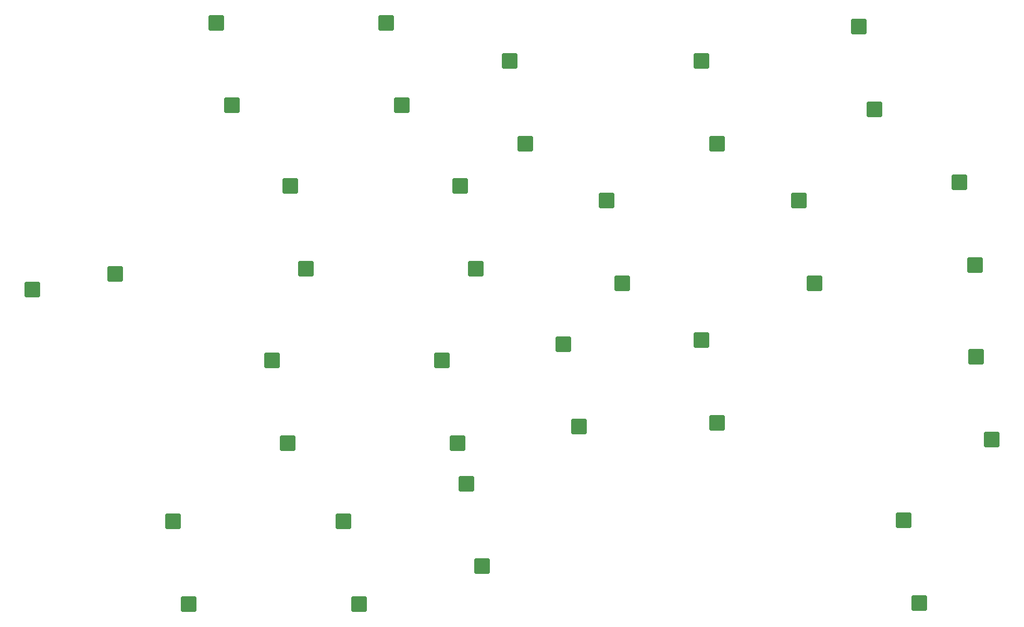
<source format=gbr>
%TF.GenerationSoftware,KiCad,Pcbnew,(6.0.7)*%
%TF.CreationDate,2023-01-06T20:11:21-06:00*%
%TF.ProjectId,OpenRectangle,4f70656e-5265-4637-9461-6e676c652e6b,rev?*%
%TF.SameCoordinates,Original*%
%TF.FileFunction,Paste,Bot*%
%TF.FilePolarity,Positive*%
%FSLAX46Y46*%
G04 Gerber Fmt 4.6, Leading zero omitted, Abs format (unit mm)*
G04 Created by KiCad (PCBNEW (6.0.7)) date 2023-01-06 20:11:21*
%MOMM*%
%LPD*%
G01*
G04 APERTURE LIST*
G04 Aperture macros list*
%AMRoundRect*
0 Rectangle with rounded corners*
0 $1 Rounding radius*
0 $2 $3 $4 $5 $6 $7 $8 $9 X,Y pos of 4 corners*
0 Add a 4 corners polygon primitive as box body*
4,1,4,$2,$3,$4,$5,$6,$7,$8,$9,$2,$3,0*
0 Add four circle primitives for the rounded corners*
1,1,$1+$1,$2,$3*
1,1,$1+$1,$4,$5*
1,1,$1+$1,$6,$7*
1,1,$1+$1,$8,$9*
0 Add four rect primitives between the rounded corners*
20,1,$1+$1,$2,$3,$4,$5,0*
20,1,$1+$1,$4,$5,$6,$7,0*
20,1,$1+$1,$6,$7,$8,$9,0*
20,1,$1+$1,$8,$9,$2,$3,0*%
G04 Aperture macros list end*
%ADD10RoundRect,0.250000X1.000000X-1.025000X1.000000X1.025000X-1.000000X1.025000X-1.000000X-1.025000X0*%
%ADD11RoundRect,0.250000X1.025000X1.000000X-1.025000X1.000000X-1.025000X-1.000000X1.025000X-1.000000X0*%
G04 APERTURE END LIST*
D10*
%TO.C,SW2*%
X260750968Y-54939760D03*
X263290968Y-68389760D03*
%TD*%
%TO.C,SW18*%
X268794402Y-34668961D03*
X271334402Y-48118961D03*
%TD*%
%TO.C,SW10*%
X221145968Y-28421760D03*
X223685968Y-41871760D03*
%TD*%
%TO.C,SW13*%
X214129968Y-109517760D03*
X216669968Y-122967760D03*
%TD*%
%TO.C,SW14*%
X277549000Y-80662848D03*
X280089000Y-94112848D03*
%TD*%
%TO.C,SW16*%
X299979402Y-34668961D03*
X302519402Y-48118961D03*
%TD*%
%TO.C,SW11*%
X233140968Y-54939760D03*
X235680968Y-68389760D03*
%TD*%
%TO.C,SW17*%
X315749402Y-57355961D03*
X318289402Y-70805961D03*
%TD*%
%TO.C,SW3*%
X257775968Y-83294760D03*
X260315968Y-96744760D03*
%TD*%
%TO.C,SW19*%
X284564402Y-57355961D03*
X287104402Y-70805961D03*
%TD*%
%TO.C,SW6*%
X325547134Y-29084286D03*
X328087134Y-42534286D03*
%TD*%
%TO.C,SW7*%
X341850134Y-54364286D03*
X344390134Y-67814286D03*
%TD*%
%TO.C,SW15*%
X261780000Y-103350848D03*
X264320000Y-116800848D03*
%TD*%
%TO.C,SW8*%
X344576134Y-82720286D03*
X347116134Y-96170286D03*
%TD*%
%TO.C,SW1*%
X248754968Y-28421760D03*
X251294968Y-41871760D03*
%TD*%
%TO.C,SW4*%
X241739968Y-109517760D03*
X244279968Y-122967760D03*
%TD*%
%TO.C,SW20*%
X299979402Y-80012961D03*
X302519402Y-93462961D03*
%TD*%
%TO.C,SW12*%
X230165968Y-83294760D03*
X232705968Y-96744760D03*
%TD*%
%TO.C,SW9*%
X332813134Y-109292286D03*
X335353134Y-122742286D03*
%TD*%
D11*
%TO.C,SW5*%
X191218500Y-71786866D03*
X204668500Y-69246866D03*
%TD*%
M02*

</source>
